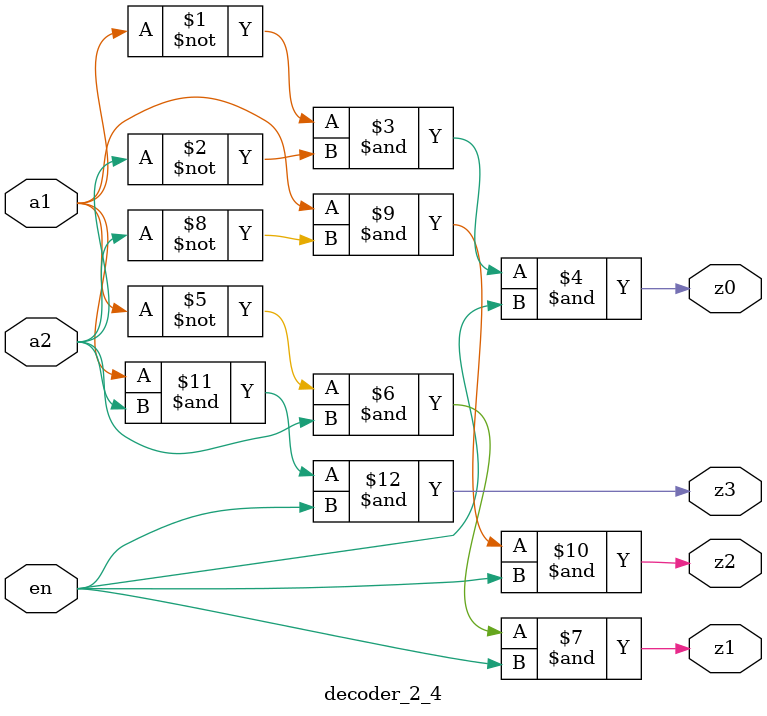
<source format=v>


module decoder_2_4 (a1, a2, en, z0, z1, z2, z3);

	input a1, a2, en;
	output z0, z1, z2, z3;
	
	assign z0 = (~a1) & (~a2) & en;
	assign z1 = (~a1) & a2 & en;
	assign z2 = a1 & (~a2) & en;
	assign z3 = a1 & a2 & en;
	
endmodule
</source>
